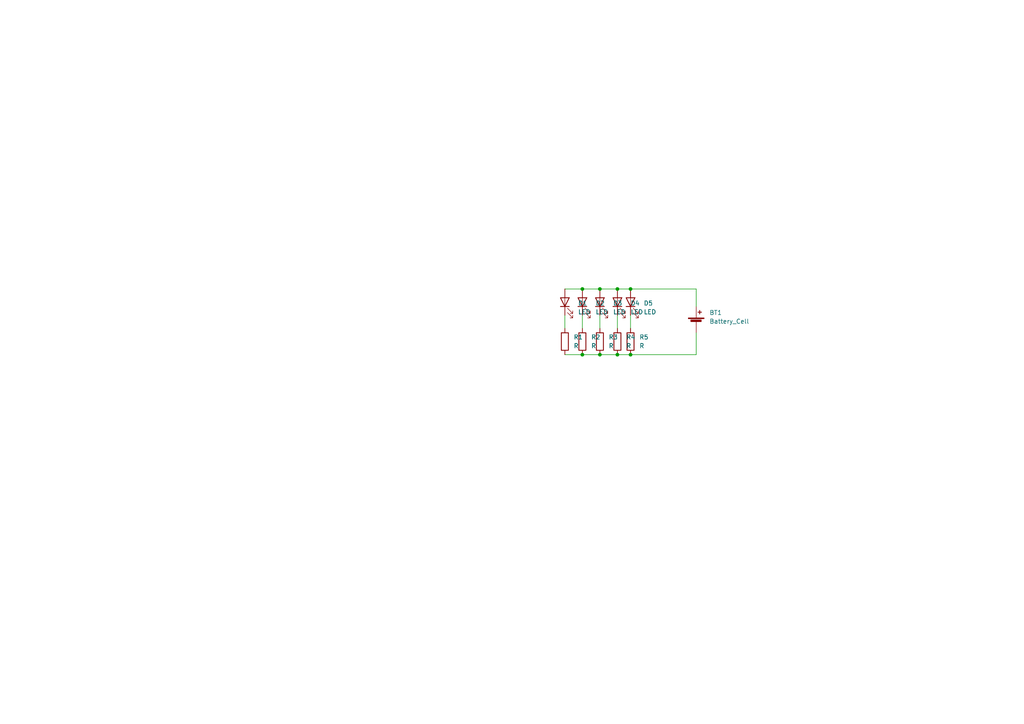
<source format=kicad_sch>
(kicad_sch (version 20211123) (generator eeschema)
  (paper "A4")
  (lib_symbols
    (symbol "Device:Battery_Cell" (pin_numbers hide) (pin_names (offset 0) hide)
      (property "Reference" "BT" (at 2.54 2.54 0))
      (property "Value" "Battery_Cell" (at 2.54 0 0))
      (symbol "Battery_Cell_0_1"
        (rectangle (start -2.286 1.778) (end 2.286 1.524) (fill (type outline)))
        (rectangle (start -1.5748 1.1938) (end 1.4732 0.6858) (fill (type outline)))
        (polyline (pts (xy 0 0.762) (xy 0 0)))
        (polyline (pts (xy 0 1.778) (xy 0 2.54)))
        (polyline (pts (xy 0.508 3.429) (xy 1.524 3.429)) (stroke (width 0.254)))
        (polyline (pts (xy 1.016 3.937) (xy 1.016 2.921)) (stroke (width 0.254)))
      )
      (symbol "Battery_Cell_1_1"
        (pin passive line (at 0 5.08 270) (length 2.54) (name "+") (number "1"))
        (pin passive line (at 0 -2.54 90) (length 2.54) (name "-") (number "2"))
      )
    )
    (symbol "Device:LED" (pin_numbers hide) (pin_names (offset 1.016) hide)
      (property "Reference" "D" (at 0 2.54 0))
      (property "Value" "LED" (at 0 -2.54 0))
      (symbol "LED_0_1"
        (polyline (pts (xy -1.27 -1.27) (xy -1.27 1.27)) (stroke (width 0.254)))
        (polyline (pts (xy -1.27 0) (xy 1.27 0)))
        (polyline (pts (xy 1.27 -1.27) (xy 1.27 1.27) (xy -1.27 0) (xy 1.27 -1.27)) (stroke (width 0.254)))
        (polyline (pts (xy -3.048 -0.762) (xy -4.572 -2.286) (xy -3.81 -2.286) (xy -4.572 -2.286) (xy -4.572 -1.524)))
        (polyline (pts (xy -1.778 -0.762) (xy -3.302 -2.286) (xy -2.54 -2.286) (xy -3.302 -2.286) (xy -3.302 -1.524)))
      )
      (symbol "LED_1_1"
        (pin passive line (at -3.81 0 0) (length 2.54) (name "K") (number "1"))
        (pin passive line (at 3.81 0 180) (length 2.54) (name "A") (number "2"))
      )
    )
    (symbol "Device:R" (pin_numbers hide) (pin_names (offset 0))
      (property "Reference" "R" (at 2.032 0 90))
      (property "Value" "R" (at 0 0 90))
      (symbol "R_0_1"
        (rectangle (start -1.016 -2.54) (end 1.016 2.54) (stroke (width 0.254)))
      )
      (symbol "R_1_1"
        (pin passive line (at 0 3.81 270) (length 1.27) (name "~") (number "1"))
        (pin passive line (at 0 -3.81 90) (length 1.27) (name "~") (number "2"))
      )
    )
  )
  (junction (at 173.99 102.87))
  (junction (at 168.91 83.82))
  (junction (at 182.88 83.82))
  (junction (at 173.99 83.82))
  (junction (at 179.07 102.87))
  (junction (at 182.88 102.87))
  (junction (at 179.07 83.82))
  (junction (at 168.91 102.87))
  (wire (pts (xy 168.91 102.87) (xy 173.99 102.87)))
  (wire (pts (xy 201.93 83.82) (xy 182.88 83.82)))
  (wire (pts (xy 173.99 83.82) (xy 179.07 83.82)))
  (wire (pts (xy 168.91 83.82) (xy 173.99 83.82)))
  (wire (pts (xy 182.88 102.87) (xy 201.93 102.87)))
  (wire (pts (xy 163.83 83.82) (xy 168.91 83.82)))
  (wire (pts (xy 168.91 91.44) (xy 168.91 95.25)))
  (wire (pts (xy 179.07 91.44) (xy 179.07 95.25)))
  (wire (pts (xy 173.99 102.87) (xy 179.07 102.87)))
  (wire (pts (xy 182.88 91.44) (xy 182.88 95.25)))
  (wire (pts (xy 163.83 91.44) (xy 163.83 95.25)))
  (wire (pts (xy 201.93 88.9) (xy 201.93 83.82)))
  (wire (pts (xy 179.07 102.87) (xy 182.88 102.87)))
  (wire (pts (xy 201.93 102.87) (xy 201.93 96.52)))
  (wire (pts (xy 179.07 83.82) (xy 182.88 83.82)))
  (wire (pts (xy 163.83 102.87) (xy 168.91 102.87)))
  (wire (pts (xy 173.99 91.44) (xy 173.99 95.25)))
  (symbol (lib_id "Device:R") (at 173.99 99.06 0) (unit 1)
    (property "Reference" "R3" (at 176.53 97.7899 0) (effects (justify left)))
    (property "Value" "R" (at 176.53 100.3299 0) (effects (justify left)))
    (property "Footprint" "Resistor_SMD:R_1206_3216Metric" (effects hide))
  )
  (symbol (lib_id "Device:Battery_Cell") (at 201.93 93.98 0) (unit 1)
    (property "Reference" "BT1" (at 205.74 90.6779 0) (effects (justify left)))
    (property "Value" "Battery_Cell" (at 205.74 93.2179 0) (effects (justify left)))
    (property "Footprint" "Battery:BatteryHolder_Keystone_3034_1x20mm" (effects hide))
  )
  (symbol (lib_id "Device:LED") (at 163.83 87.63 90) (unit 1)
    (property "Reference" "D1" (at 167.64 87.9474 90) (effects (justify right)))
    (property "Value" "LED" (at 167.64 90.4874 90) (effects (justify right)))
    (property "Footprint" "LED_SMD:LED_1206_3216Metric" (effects hide))
  )
  (symbol (lib_id "Device:R") (at 179.07 99.06 0) (unit 1)
    (property "Reference" "R4" (at 181.61 97.7899 0) (effects (justify left)))
    (property "Value" "R" (at 181.61 100.3299 0) (effects (justify left)))
    (property "Footprint" "Resistor_SMD:R_1206_3216Metric" (effects hide))
  )
  (symbol (lib_id "Device:LED") (at 168.91 87.63 90) (unit 1)
    (property "Reference" "D2" (at 172.72 87.9474 90) (effects (justify right)))
    (property "Value" "LED" (at 172.72 90.4874 90) (effects (justify right)))
    (property "Footprint" "LED_SMD:LED_1206_3216Metric" (effects hide))
  )
  (symbol (lib_id "Device:LED") (at 179.07 87.63 90) (unit 1)
    (property "Reference" "D4" (at 182.88 87.9474 90) (effects (justify right)))
    (property "Value" "LED" (at 182.88 90.4874 90) (effects (justify right)))
    (property "Footprint" "LED_SMD:LED_1206_3216Metric" (effects hide))
  )
  (symbol (lib_id "Device:R") (at 182.88 99.06 0) (unit 1)
    (property "Reference" "R5" (at 185.42 97.7899 0) (effects (justify left)))
    (property "Value" "R" (at 185.42 100.3299 0) (effects (justify left)))
    (property "Footprint" "Resistor_SMD:R_1206_3216Metric" (effects hide))
  )
  (symbol (lib_id "Device:LED") (at 173.99 87.63 90) (unit 1)
    (property "Reference" "D3" (at 177.8 87.9474 90) (effects (justify right)))
    (property "Value" "LED" (at 177.8 90.4874 90) (effects (justify right)))
    (property "Footprint" "LED_SMD:LED_1206_3216Metric" (effects hide))
  )
  (symbol (lib_id "Device:R") (at 163.83 99.06 0) (unit 1)
    (property "Reference" "R1" (at 166.37 97.7899 0) (effects (justify left)))
    (property "Value" "R" (at 166.37 100.3299 0) (effects (justify left)))
    (property "Footprint" "Resistor_SMD:R_1206_3216Metric" (effects hide))
  )
  (symbol (lib_id "Device:R") (at 168.91 99.06 0) (unit 1)
    (property "Reference" "R2" (at 171.45 97.7899 0) (effects (justify left)))
    (property "Value" "R" (at 171.45 100.3299 0) (effects (justify left)))
    (property "Footprint" "Resistor_SMD:R_1206_3216Metric" (effects hide))
  )
  (symbol (lib_id "Device:LED") (at 182.88 87.63 90) (unit 1)
    (property "Reference" "D5" (at 186.69 87.9474 90) (effects (justify right)))
    (property "Value" "LED" (at 186.69 90.4874 90) (effects (justify right)))
    (property "Footprint" "LED_SMD:LED_1206_3216Metric" (effects hide))
  )
)
</source>
